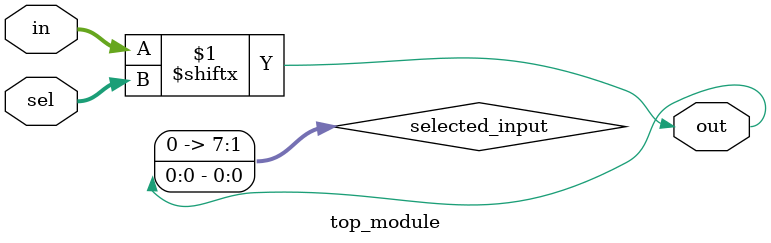
<source format=sv>
module top_module (
    input [255:0] in,
    input [7:0] sel,
    output out
);

    wire [7:0] selected_input;
    
    assign selected_input = in[sel];
    assign out = selected_input[0];
    
endmodule

</source>
